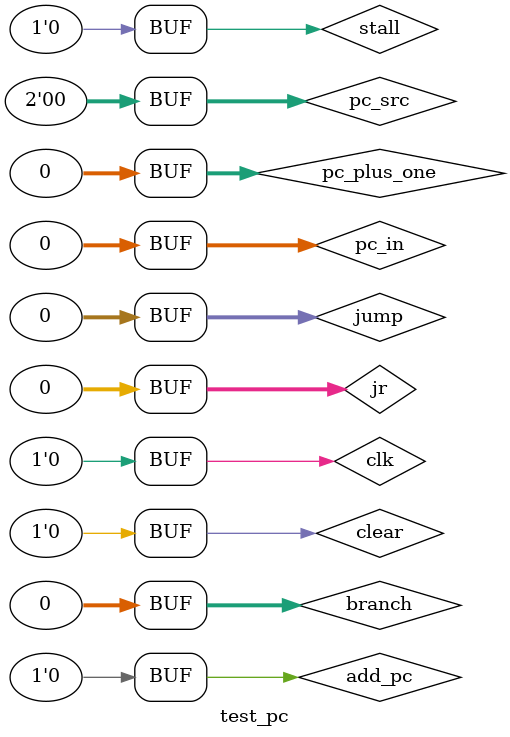
<source format=v>
module IF(branch, jr, jump, pc_src, stall, clk, clear, kill, inst_buff_data, pc_buff_tun, add_rd_buf, add_imm_buf, turn_off, pc_out);
	input stall, clk, clear, kill;
	input [1:0] pc_src;
	input [31:0] branch, jr, jump;
	

	output [31:0] inst_buff_data, pc_buff_tun;
	output add_rd_buf, add_imm_buf, turn_off;
	
	
	wire [31:0] program_counter_data;
	wire [31:0] pc;
	wire [31:0] pc_plus_one;
	wire [5:0] d_opcode;
	wire [3:0] d_rd;
	wire add_pc;
	wire temp_turn_off;
	
	wire add_rd, add_imm;
	
	output [31:0] pc_out;
	assign pc_out = pc;
	
	
	// module program_counter(add_pc, pc_plus_one, pc_in, branch, jr, jump, pc_src, stall, clk, clear, pc);
	program_counter pc1(add_pc, pc_plus_one, pc, branch, jr, jump, pc_src, stall, clk, clear, pc);
	
	// module pc_next(pc, clk, turn_off, clear, pc_plus_one, pc_buff_tun);
	pc_next pn1(pc, clk, temp_turn_off, clear, pc_plus_one, pc_buff_tun);
	
	// module IS_MEM (address, kill, instruction, d_opcode, d_rd);
	IS_MEM ism1(pc, kill, inst_buff_data, d_opcode, d_rd);
	
	// module double_CU(op_code, rd, clk, add_pc, add_rd, add_imm, turn_off);
	double_CU dcu(stall, d_opcode, d_rd, clk, add_pc, add_rd, add_imm, turn_off);
	
	register #(1) r1(add_imm, ~(temp_turn_off | stall), clk, clear, add_imm_buf);
	register #(1) r2(add_rd, ~(temp_turn_off | stall), clk, clear, add_rd_buf);
	
	
	assign temp_turn_off = turn_off;

	
endmodule


module program_counter(add_pc, pc_plus_one, pc_in, branch, jr, jump, pc_src, stall, clk, clear, pc);
	parameter n = 32;
	
	input [n - 1: 0] pc_plus_one, pc_in, branch, jr, jump;
	input add_pc, stall, clk, clear;
	input [1:0] pc_src;
	
	output [n - 1 : 0] pc;
	
	wire [n - 1 : 0] add_pc_mux, pc_src_mux;
	
	// MUX(in, sel, out);
	MUX #(.WIDTH(32), .INPUTS(2)) M1({pc_plus_one, pc_in}, add_pc, add_pc_mux);
	MUX #(.WIDTH(32), .INPUTS(4)) M2({jump, jr, branch, add_pc_mux}, pc_src, pc_src_mux);
	
	//module register(data, en, clk, clear, out);
	register R1(pc_src_mux, ~stall, clk, clear, pc);
	
endmodule

module IS_MEM (address, kill, instruction, d_opcode, d_rd);
	input [31:0] address; input kill;
	output [5:0] d_opcode; output [3:0] d_rd;
	output [31:0] instruction;
	
	wire [31:0] mem_is;
	
	// module InstructionMemory (address, instruction);
	InstructionMemory IM1(address[7:0], mem_is);
	assign d_opcode = mem_is[31:26];
	assign d_rd = mem_is[25:22];
	
	// MUX(in, sel, out);
	MUX #(.WIDTH(32), .INPUTS(2)) M1({32'b0, mem_is}, kill, instruction);
	

endmodule


module InstructionMemory (address, instruction);
	
	parameter WIDTH = 32;
    parameter DEPTH = 256;
   // parameter INSTRUCTIONS_FILE = "program.mem";
	
    input  [7 : 0] address;
    output [WIDTH - 1 : 0] instruction;

    reg [WIDTH-1:0] mem [0:DEPTH-1];

	
    initial begin
       // $readmemh(INSTRUCTIONS_FILE, mem); // Load instructions from file
	   /*
mem[0]  = 32'h14440005; // ADDI R1, R1, 5
mem[1]  = 32'h1C400000; // SW R1, [R0 + 0]
mem[2]  = 32'h14000001; // ADDI R0, 1
mem[3]  = 32'h24000001; // SWD R0, [R0 + 0]
mem[4]  = 32'h14803FFD;	// ADDI R2, R0, -3
mem[5]  = 32'h30083FFB;	// BLZ R2, -6
mem[6]  = 32'h20000000;	// LWD R0, [R0 + 0]
mem[7]  = 32'h20400000;
mem[8]  = 32'h24000004;	// BLZ R2, -6 
*/

mem[0]  = 32'h15980003; // ADDI R6, R0, 3
mem[1]  = 32'h15540003; // ADDI R5, R0, 3
mem[2]  = 32'h14440005; // ADDI R1, R1, 5
mem[3]  = 32'h1C400000; // SW R1, [R0 + 0]
mem[4]  = 32'h14000001; // ADDI R0, R0, 1
mem[5]  = 32'h1C000000; // SW R0, [R0 + 1]
mem[6]  = 32'h15543FFF; // ADDI R5, R5, -1
mem[7]  = 32'h2C143FFD; // BGZ R5, -3
mem[8]  = 32'h14000001; // ADDI R0, R0, 1
mem[9]  = 32'h15983FFF; // ADDI R6, R6, -1
mem[10] = 32'h2C183FF7; // BGZ R6, -8


    end
	
    assign instruction = mem[address];
endmodule

/*
  mem[0]  = 32'h14440005; // ADDI R1, R1, 5
mem[1]  = 32'h11111111;
mem[2]  = 32'h11111111;
mem[3]  = 32'h11111111;
mem[4]  = 32'h11111111;

mem[5]  = 32'h1C400000; // SW R1, [R0 + 0]
mem[6]  = 32'h11111111;
mem[7]  = 32'h11111111;
mem[8]  = 32'h11111111;
mem[9]  = 32'h11111111;

mem[10] = 32'h14000001; // ADDI R0, 1
mem[11] = 32'h11111111;
mem[12] = 32'h11111111;
mem[13] = 32'h11111111;
mem[14] = 32'h11111111;

mem[15] = 32'h24000001; // SWD R0, [R0 + 1]
mem[16] = 32'h11111111;
mem[17] = 32'h11111111;
mem[18] = 32'h11111111;
mem[19] = 32'h11111111;

mem[20] = 32'h14803FFD; // ADDI R2, R0, -3
mem[21] = 32'h11111111;
mem[22] = 32'h11111111;
mem[23] = 32'h11111111;
mem[24] = 32'h11111111;

mem[25] = 32'h30083FFA; // BLZ R2, -6
mem[26] = 32'h20000000; // LWD R0, [R0 + 0]
mem[27] = 32'h11111111;
mem[28] = 32'h11111111;
mem[29] = 32'h11111111;
mem[30] = 32'h11111111;

mem[31] = 32'h24000004; // SWD R0, [R0 + 4]

*/

module pc_next(pc, clk, turn_off, clear, pc_plus_one, pc_buff_tun);
	input [31:0] pc;
	input turn_off, clk;
	input clear;
	
	output [31:0] pc_buff_tun, pc_plus_one;
	
	wire [31:0] pc_add;
	
	// module adder(in1, in2, out);
	adder a1(pc, 32'b1, pc_add);
	assign pc_plus_one = pc_add;
	
	//module register(data, en, clk, clear, out);
	register R1(pc_add, ~turn_off, clk, clear, pc_buff_tun);
endmodule
	
module test_if;
	// module IF(add_pc, branch, jr, jump, pc_src, stall, clk, clear, kill, turn_off, d_opcode, d_rd, inst_buff_data, pc_buff_tun);
	reg stall, clk, clear, kill, turn_off;
	reg [1:0] pc_src;
	reg [31:0] branch, jr, jump;
	
	wire [31:0] inst_buff_data, pc_buff_tun;
	wire add_rd, add_imm;
	wire [31:0] null_d;
	
	
	// IF(branch, jr, jump, pc_src, stall, clk, clear, kill, inst_buff_data, pc_buff_tun,add_rd, add_imm, turn_off);
	IF if1(branch, jr, jump, pc_src, stall, clk, clear, kill, inst_buff_data, pc_buff_tun,add_rd, add_imm, turn_off, null_d);
		
		
	initial begin
        clk = 0;
		// repeat (14)
        // #5 clk = ~clk;
    end

		
	initial begin
		
		clk = 0;
		{stall, clk, clear, kill, pc_src, branch, jr, jump} = 0;
		
		#5 clk = ~clk;
		#5 clk = ~clk;
		
		#5 clk = ~clk;
		#5 clk = ~clk;
		
		#5 clk = ~clk;
		#5 clk = ~clk;
		
		#5 clk = ~clk;
		#5 clk = ~clk;
		
		#5 clk = ~clk;
		#5 clk = ~clk;
		
		#5 clk = ~clk;
		#5 clk = ~clk;
		
		// pc_src = 1;
		// branch = 2;
		
		#5 clk = ~clk;
		#5 clk = ~clk;
		
		#5 clk = ~clk;
		#5 clk = ~clk;
		
		#1 $display("time: %d, Instruction: %h, add_imm: %b, PC: %d", $time, inst_buff_data, add_imm, pc_buff_tun);
		
	end	
	
	always @(posedge clk) begin
		
		 #1 $display("time: %d, Instruction: %h, add_imm: %b, PC: %d", $time, inst_buff_data, add_imm, pc_buff_tun); 
		
	end
	
	
endmodule
	


module test_IS_MEM;
	reg [7:0] address; reg kill;
	wire [5:0] d_opcode; wire [3:0] d_rd;
	wire [31:0] instruction;
	
	// module IS_MEM (address, kill, instruction, d_opcode, d_rd);
		
	IS_MEM ISM1(address, kill, instruction, d_opcode, d_rd);
	
	initial begin
		{address, kill} = 0;
		
		
		#10
		address = 0;
		
		#10
		address = 1;
		
		#10
		kill = 1; address = 2;
		
		#10
		address = 2;
		
		#10
		kill = 0; address = 2;
		
		#10
		address = 3;
		
		
	end
	
	
	initial begin
		
		$monitor("Time: %d, Address: %d, OP: %d, RD: %d, Instruction: %h", $time, address, d_opcode, d_rd, instruction);
		
	end
	
endmodule	

module test_pc;
	parameter n = 32;
	wire [n - 1: 0]pc;
	reg [n - 1: 0] pc_plus_one, pc_in, branch, jr, jump;
	reg add_pc, stall, clk, clear;
	reg [1:0] pc_src;
	
	program_counter p1(add_pc, pc_plus_one, pc_in, branch, jr, jump, pc_src, stall, clk, clear, pc);
	
	
	initial begin
		
		clk = 0;
		#1 clk = ~clk;
		#1 clk = ~clk;
		{pc_plus_one, pc_in, branch, jr, jump, add_pc, stall, clk, clear, pc_src} = 0;
		
		/*
		#10
		pc_in = 10; pc_plus_one = 11; branch = 2; jr = 3; jump = 4;
		pc_src = 0; add_pc = 1;
		#1 clk = ~clk;
		#10 clk = ~clk;
		
		#10
		pc_in = 10; pc_plus_one = 11; branch = 2; jr = 3; jump = 4;
		pc_src = 2; add_pc = 1;
		#1 clk = ~clk;
		#10 clk = ~clk;
		
		#10
		pc_in = 10; pc_plus_one = 11; branch = 2; jr = 3; jump = 4;
		pc_src = 1; add_pc = 0;
		#1 clk = ~clk;
		#10 clk = ~clk;
		
		#10
		pc_in = 10; pc_plus_one = 11; branch = 2; jr = 3; jump = 4;
		pc_src = 0; add_pc = 0;
		#1 clk = ~clk;
		#10 clk = ~clk;
		
		#10
		pc_in = 10; pc_plus_one = 11; branch = 2; jr = 3; jump = 4;
		pc_src = 3; add_pc = 1;
		#1 clk = ~clk;
		#10 clk = ~clk;
		*/
		
	end
	
	
	always @(posedge clk or posedge clear)
	begin
		#1 $display("Time: %d, -- S1: %b, S2 %d  out: %d", $time, add_pc, pc_src, pc);
		
	end
endmodule	
</source>
